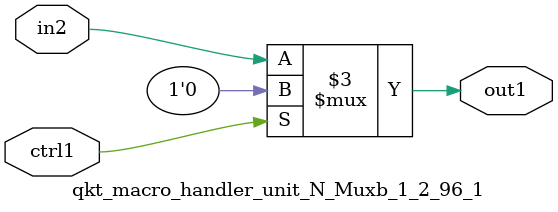
<source format=v>

`timescale 1ps / 1ps


module qkt_macro_handler_unit_N_Muxb_1_2_96_1( in2, ctrl1, out1 );

    input in2;
    input ctrl1;
    output out1;
    reg out1;

    
    // rtl_process:qkt_macro_handler_unit_N_Muxb_1_2_96_1/qkt_macro_handler_unit_N_Muxb_1_2_96_1_thread_1
    always @*
      begin : qkt_macro_handler_unit_N_Muxb_1_2_96_1_thread_1
        case (ctrl1) 
          1'b1: 
            begin
              out1 = 1'b0;
            end
          default: 
            begin
              out1 = in2;
            end
        endcase
      end

endmodule



</source>
